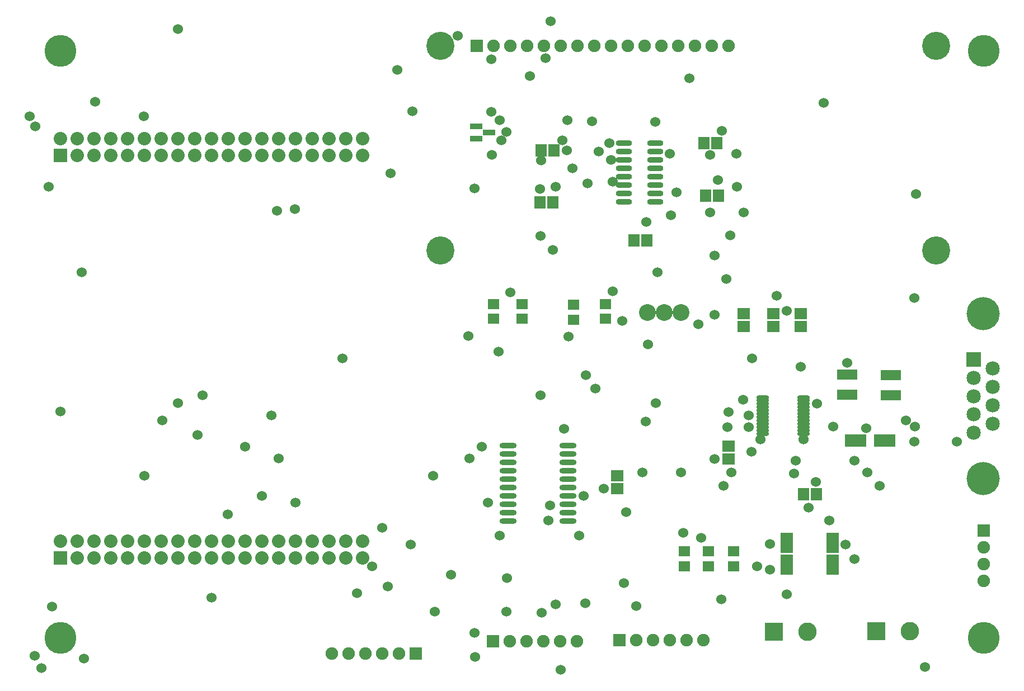
<source format=gts>
G04*
G04 #@! TF.GenerationSoftware,Altium Limited,Altium Designer,18.1.9 (240)*
G04*
G04 Layer_Color=8388736*
%FSLAX25Y25*%
%MOIN*%
G70*
G01*
G75*
%ADD16R,0.07693X0.12417*%
%ADD17R,0.12811X0.07299*%
%ADD18R,0.07299X0.06906*%
%ADD19O,0.07496X0.02378*%
%ADD20R,0.12024X0.06315*%
%ADD21R,0.06709X0.05921*%
%ADD22R,0.06906X0.07299*%
%ADD23R,0.07693X0.03362*%
%ADD24O,0.10055X0.03362*%
%ADD25O,0.09661X0.03362*%
%ADD26R,0.07500X0.07500*%
%ADD27C,0.07500*%
%ADD28R,0.11000X0.11000*%
%ADD29C,0.11000*%
%ADD30R,0.07500X0.07500*%
%ADD31C,0.10000*%
%ADD32C,0.08000*%
%ADD33R,0.08000X0.08000*%
%ADD34C,0.08500*%
%ADD35R,0.08500X0.08500*%
%ADD36C,0.19740*%
%ADD37C,0.06000*%
%ADD38C,0.16748*%
%ADD39C,0.19000*%
D16*
X457500Y67905D02*
D03*
Y81094D02*
D03*
X485000Y67905D02*
D03*
Y81094D02*
D03*
D17*
X515823Y142000D02*
D03*
X498500D02*
D03*
D18*
X449500Y210161D02*
D03*
Y217839D02*
D03*
X466000Y210161D02*
D03*
Y217839D02*
D03*
X432000Y217839D02*
D03*
Y210161D02*
D03*
X423000Y131161D02*
D03*
Y138839D02*
D03*
X356500Y113323D02*
D03*
Y121000D02*
D03*
D19*
X467606Y146173D02*
D03*
Y148142D02*
D03*
Y150110D02*
D03*
Y152079D02*
D03*
Y154047D02*
D03*
Y156016D02*
D03*
Y157984D02*
D03*
Y159953D02*
D03*
Y161921D02*
D03*
Y163890D02*
D03*
Y165858D02*
D03*
Y167827D02*
D03*
X443394Y146173D02*
D03*
Y148142D02*
D03*
Y150110D02*
D03*
Y152079D02*
D03*
Y154047D02*
D03*
Y156016D02*
D03*
Y157984D02*
D03*
Y159953D02*
D03*
Y161921D02*
D03*
Y163890D02*
D03*
Y165858D02*
D03*
Y167827D02*
D03*
D20*
X493500Y169496D02*
D03*
Y181504D02*
D03*
X519500Y181000D02*
D03*
Y168992D02*
D03*
D21*
X396500Y67071D02*
D03*
Y75929D02*
D03*
X411000Y67071D02*
D03*
Y75929D02*
D03*
X426000Y67071D02*
D03*
Y75929D02*
D03*
X300000Y214571D02*
D03*
Y223429D02*
D03*
X349500Y214571D02*
D03*
Y223429D02*
D03*
X283000Y214571D02*
D03*
Y223429D02*
D03*
X330500Y222929D02*
D03*
Y214071D02*
D03*
D22*
X467661Y110000D02*
D03*
X475339D02*
D03*
X311161Y315000D02*
D03*
X318839D02*
D03*
X310500Y284000D02*
D03*
X318177D02*
D03*
X409161Y288000D02*
D03*
X416839D02*
D03*
X366661Y261500D02*
D03*
X374339D02*
D03*
X408161Y319500D02*
D03*
X415839D02*
D03*
D23*
X272500Y329480D02*
D03*
Y322000D02*
D03*
X280374Y325740D02*
D03*
D24*
X327413Y94000D02*
D03*
Y99000D02*
D03*
Y104000D02*
D03*
Y109000D02*
D03*
Y114000D02*
D03*
Y119000D02*
D03*
Y124000D02*
D03*
Y129000D02*
D03*
Y134000D02*
D03*
Y139000D02*
D03*
X291587Y94000D02*
D03*
Y99000D02*
D03*
Y104000D02*
D03*
Y109000D02*
D03*
Y114000D02*
D03*
Y119000D02*
D03*
Y124000D02*
D03*
Y129000D02*
D03*
Y134000D02*
D03*
Y139000D02*
D03*
D25*
X360551Y319500D02*
D03*
Y314500D02*
D03*
Y309500D02*
D03*
Y304500D02*
D03*
Y299500D02*
D03*
Y294500D02*
D03*
Y289500D02*
D03*
Y284500D02*
D03*
X379449Y319500D02*
D03*
Y314500D02*
D03*
Y309500D02*
D03*
Y304500D02*
D03*
Y299500D02*
D03*
Y294500D02*
D03*
Y289500D02*
D03*
Y284500D02*
D03*
D26*
X358000Y23000D02*
D03*
X273000Y377500D02*
D03*
X282500Y22500D02*
D03*
X236500Y15000D02*
D03*
D27*
X368000Y23000D02*
D03*
X378000D02*
D03*
X388000D02*
D03*
X398000D02*
D03*
X408000D02*
D03*
X283000Y377500D02*
D03*
X293000D02*
D03*
X303000D02*
D03*
X313000D02*
D03*
X323000D02*
D03*
X333000D02*
D03*
X343000D02*
D03*
X353000D02*
D03*
X363000D02*
D03*
X373000D02*
D03*
X383000D02*
D03*
X393000D02*
D03*
X403000D02*
D03*
X413000D02*
D03*
X423000D02*
D03*
X575000Y78500D02*
D03*
Y68500D02*
D03*
Y58500D02*
D03*
X332500Y22500D02*
D03*
X322500D02*
D03*
X312500D02*
D03*
X302500D02*
D03*
X292500D02*
D03*
X186500Y15000D02*
D03*
X196500D02*
D03*
X206500D02*
D03*
X216500D02*
D03*
X226500D02*
D03*
D28*
X511000Y28283D02*
D03*
X450000Y28000D02*
D03*
D29*
X531000Y28283D02*
D03*
X470000Y28000D02*
D03*
D30*
X575000Y88500D02*
D03*
D31*
X394500Y218500D02*
D03*
X384500D02*
D03*
X374500D02*
D03*
D32*
X205000Y322000D02*
D03*
Y312000D02*
D03*
X195000Y322000D02*
D03*
Y312000D02*
D03*
X185000Y322000D02*
D03*
Y312000D02*
D03*
X175000Y322000D02*
D03*
Y312000D02*
D03*
X165000Y322000D02*
D03*
Y312000D02*
D03*
X155000Y322000D02*
D03*
Y312000D02*
D03*
X145000Y322000D02*
D03*
Y312000D02*
D03*
X135000Y322000D02*
D03*
Y312000D02*
D03*
X125000Y322000D02*
D03*
Y312000D02*
D03*
X115000Y322000D02*
D03*
Y312000D02*
D03*
X105000Y322000D02*
D03*
Y312000D02*
D03*
X95000Y322000D02*
D03*
Y312000D02*
D03*
X85000Y322000D02*
D03*
Y312000D02*
D03*
X75000Y322000D02*
D03*
Y312000D02*
D03*
X65000Y322000D02*
D03*
Y312000D02*
D03*
X55000Y322000D02*
D03*
Y312000D02*
D03*
X45000Y322000D02*
D03*
Y312000D02*
D03*
X35000Y322000D02*
D03*
Y312000D02*
D03*
X25000Y322000D02*
D03*
X205000Y82000D02*
D03*
Y72000D02*
D03*
X195000Y82000D02*
D03*
Y72000D02*
D03*
X185000Y82000D02*
D03*
Y72000D02*
D03*
X175000Y82000D02*
D03*
Y72000D02*
D03*
X165000Y82000D02*
D03*
Y72000D02*
D03*
X155000Y82000D02*
D03*
Y72000D02*
D03*
X145000Y82000D02*
D03*
Y72000D02*
D03*
X135000Y82000D02*
D03*
Y72000D02*
D03*
X125000Y82000D02*
D03*
Y72000D02*
D03*
X115000Y82000D02*
D03*
Y72000D02*
D03*
X105000Y82000D02*
D03*
Y72000D02*
D03*
X95000Y82000D02*
D03*
Y72000D02*
D03*
X85000Y82000D02*
D03*
Y72000D02*
D03*
X75000Y82000D02*
D03*
Y72000D02*
D03*
X65000Y82000D02*
D03*
Y72000D02*
D03*
X55000Y82000D02*
D03*
Y72000D02*
D03*
X45000Y82000D02*
D03*
Y72000D02*
D03*
X35000Y82000D02*
D03*
Y72000D02*
D03*
X25000Y82000D02*
D03*
D33*
Y312000D02*
D03*
Y72000D02*
D03*
D34*
X569008Y146689D02*
D03*
X580189Y152142D02*
D03*
X569008Y157595D02*
D03*
X580189Y163047D02*
D03*
X569008Y168500D02*
D03*
X580189Y173953D02*
D03*
X569008Y179405D02*
D03*
X580189Y184858D02*
D03*
D35*
X569008Y190311D02*
D03*
D36*
X574598Y217693D02*
D03*
Y119307D02*
D03*
D37*
X498000Y130000D02*
D03*
X483000Y94500D02*
D03*
X368000Y43500D02*
D03*
X435000Y150000D02*
D03*
X248000Y40000D02*
D03*
X247000Y121000D02*
D03*
X75000D02*
D03*
X304543Y359500D02*
D03*
X422421Y150110D02*
D03*
X406500Y84000D02*
D03*
X336500Y109000D02*
D03*
X493500Y188500D02*
D03*
X311500Y39500D02*
D03*
X290740Y40000D02*
D03*
X271500Y27500D02*
D03*
X540000Y7000D02*
D03*
X457500Y50500D02*
D03*
X272000Y13000D02*
D03*
X323000Y5500D02*
D03*
X475500Y164169D02*
D03*
X420000Y115000D02*
D03*
X9500Y13553D02*
D03*
X440135Y67071D02*
D03*
X447642Y65000D02*
D03*
X414500Y131161D02*
D03*
X485450Y150500D02*
D03*
X20000Y43000D02*
D03*
X39000Y12000D02*
D03*
X354000Y296500D02*
D03*
X374000Y272250D02*
D03*
X311000Y264000D02*
D03*
X424000Y264500D02*
D03*
X427500Y313000D02*
D03*
X428000Y293500D02*
D03*
X345559Y314500D02*
D03*
X341500Y332500D02*
D03*
X339000Y295500D02*
D03*
X320000Y293500D02*
D03*
X379449Y332000D02*
D03*
X318177Y255630D02*
D03*
X414500Y252500D02*
D03*
X432000Y278000D02*
D03*
X412000D02*
D03*
X435000Y157000D02*
D03*
X534000Y150500D02*
D03*
X533500Y227000D02*
D03*
X451500Y228500D02*
D03*
X505000Y149500D02*
D03*
X457500Y219339D02*
D03*
X414500Y217000D02*
D03*
X466000Y186000D02*
D03*
X513000Y115000D02*
D03*
X475000Y117500D02*
D03*
X505500Y123000D02*
D03*
X462000Y122500D02*
D03*
X447642Y80500D02*
D03*
X431500Y166500D02*
D03*
X442000Y142555D02*
D03*
X528500Y154000D02*
D03*
X412000Y312500D02*
D03*
X388000Y313000D02*
D03*
X416500Y297500D02*
D03*
X310500Y292000D02*
D03*
X311161Y309161D02*
D03*
X353000Y309500D02*
D03*
X352000Y319500D02*
D03*
X326500Y315000D02*
D03*
X337500Y45000D02*
D03*
X348677Y113323D02*
D03*
X424500Y123000D02*
D03*
X436500Y135500D02*
D03*
X467606Y142555D02*
D03*
X291000Y60000D02*
D03*
X360500Y57000D02*
D03*
X362000Y99500D02*
D03*
X470500Y102000D02*
D03*
X418500Y47500D02*
D03*
X396000Y87000D02*
D03*
X115000Y48500D02*
D03*
X320000Y44500D02*
D03*
X533500Y141500D02*
D03*
X559000D02*
D03*
X210500Y67000D02*
D03*
X279500Y105000D02*
D03*
X165000D02*
D03*
X268500Y131500D02*
D03*
X155000D02*
D03*
X380500Y242500D02*
D03*
X37500D02*
D03*
X392000Y290000D02*
D03*
X534500Y289000D02*
D03*
X437000Y191000D02*
D03*
X193000D02*
D03*
X150500Y157000D02*
D03*
X316500Y103500D02*
D03*
X145000Y109000D02*
D03*
X276000Y138500D02*
D03*
X135000D02*
D03*
X315500Y94500D02*
D03*
X124500Y98000D02*
D03*
X287500Y321000D02*
D03*
X324000D02*
D03*
X327000Y333000D02*
D03*
X286500D02*
D03*
X271500Y292500D02*
D03*
X311000Y169000D02*
D03*
X109500D02*
D03*
X479500Y343500D02*
D03*
X45500Y344000D02*
D03*
X423000Y159000D02*
D03*
X25000Y159500D02*
D03*
X421500Y238500D02*
D03*
X399500Y358000D02*
D03*
X95000Y387500D02*
D03*
X317000Y392000D02*
D03*
X375000Y199500D02*
D03*
X286000Y195000D02*
D03*
X281500Y338000D02*
D03*
X282114Y312500D02*
D03*
X281500Y369500D02*
D03*
X314000Y370000D02*
D03*
X106500Y145500D02*
D03*
X325000Y149000D02*
D03*
X371500Y123000D02*
D03*
X394500D02*
D03*
X354000Y231000D02*
D03*
X292929Y230500D02*
D03*
X154000Y279000D02*
D03*
X164500Y280000D02*
D03*
X388500Y276500D02*
D03*
X330000Y304500D02*
D03*
X327500Y204000D02*
D03*
X268000Y204500D02*
D03*
X221500Y301500D02*
D03*
X225500Y363000D02*
D03*
X257500Y62000D02*
D03*
X261500Y383500D02*
D03*
X359500Y213500D02*
D03*
X405000Y211500D02*
D03*
X290740Y326000D02*
D03*
X419000Y326740D02*
D03*
X338000Y181000D02*
D03*
X343500Y173000D02*
D03*
X492500Y80000D02*
D03*
X463000Y130000D02*
D03*
X498000Y71500D02*
D03*
X95000Y164500D02*
D03*
X379500D02*
D03*
X85500Y154000D02*
D03*
X373500Y153500D02*
D03*
X74500Y335500D02*
D03*
X6500D02*
D03*
X13500Y6500D02*
D03*
X10000Y329500D02*
D03*
X334000Y85500D02*
D03*
X286500D02*
D03*
X234500Y338500D02*
D03*
X233475Y80025D02*
D03*
X216500Y90000D02*
D03*
X220000Y55000D02*
D03*
X201500Y51000D02*
D03*
X18000Y293500D02*
D03*
D38*
X546622Y377500D02*
D03*
Y255453D02*
D03*
X251346D02*
D03*
Y377500D02*
D03*
D39*
X575000Y374500D02*
D03*
Y24500D02*
D03*
X25000Y374500D02*
D03*
Y24500D02*
D03*
M02*

</source>
